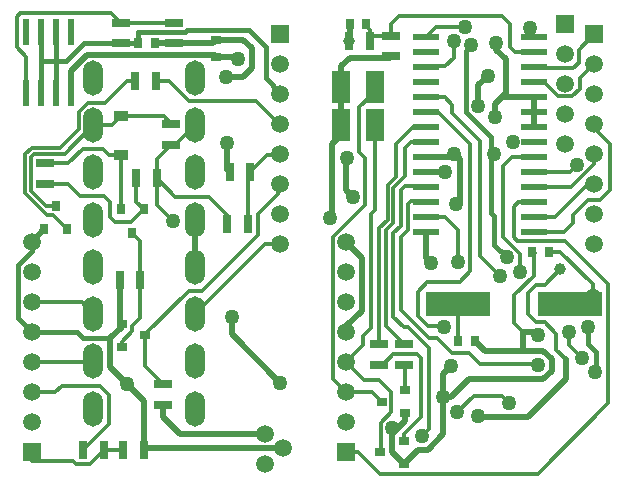
<source format=gbl>
%FSLAX24Y24*%
%MOIN*%
G70*
G01*
G75*
G04 Layer_Physical_Order=2*
G04 Layer_Color=48896*
%ADD10R,0.0118X0.0295*%
%ADD11R,0.0236X0.0886*%
%ADD12R,0.0591X0.0295*%
%ADD13R,0.0295X0.0591*%
%ADD14R,0.0354X0.0315*%
%ADD15R,0.0315X0.0354*%
%ADD16R,0.0433X0.0492*%
%ADD17R,0.0492X0.0433*%
%ADD18R,0.0480X0.0358*%
%ADD19R,0.0358X0.0480*%
%ADD20R,0.0906X0.0906*%
%ADD21R,0.0354X0.0315*%
%ADD22R,0.0197X0.0236*%
%ADD23R,0.0236X0.0197*%
%ADD24R,0.0827X0.0315*%
%ADD25R,0.0984X0.0315*%
%ADD26R,0.0315X0.0354*%
%ADD27R,0.0886X0.0236*%
%ADD28C,0.0335*%
%ADD29R,0.0846X0.0335*%
%ADD30R,0.0335X0.0846*%
%ADD31C,0.0197*%
%ADD32C,0.0118*%
%ADD33C,0.0157*%
%ADD34C,0.0177*%
%ADD35C,0.0138*%
%ADD36C,0.0591*%
%ADD37R,0.0591X0.0591*%
%ADD38O,0.0669X0.1181*%
%ADD39C,0.0500*%
%ADD40C,0.0394*%
%ADD41R,0.0630X0.1063*%
%ADD42R,0.2165X0.0827*%
%ADD43R,0.0906X0.0236*%
D11*
X2089Y12992D02*
D03*
X1589D02*
D03*
X1089D02*
D03*
X589D02*
D03*
X2089Y15039D02*
D03*
X1589D02*
D03*
X1089D02*
D03*
X589D02*
D03*
D12*
X5512Y14656D02*
D03*
Y15344D02*
D03*
X3740Y14656D02*
D03*
Y15344D02*
D03*
X12756Y14911D02*
D03*
Y14222D02*
D03*
X13189Y3947D02*
D03*
Y4636D02*
D03*
X5157Y2608D02*
D03*
Y3297D02*
D03*
X1220Y10659D02*
D03*
Y9970D02*
D03*
X5433Y11959D02*
D03*
Y11270D02*
D03*
X12362Y3947D02*
D03*
Y4636D02*
D03*
D13*
X11348Y14724D02*
D03*
X12037D02*
D03*
X4518Y1102D02*
D03*
X3829D02*
D03*
X3179D02*
D03*
X2490D02*
D03*
X4222Y13386D02*
D03*
X4911D02*
D03*
X4400Y6772D02*
D03*
X3711D02*
D03*
X4951Y10157D02*
D03*
X4262D02*
D03*
X7372Y10354D02*
D03*
X8061D02*
D03*
X7982Y8622D02*
D03*
X7293D02*
D03*
D14*
X13189Y1398D02*
D03*
Y650D02*
D03*
X12402Y1024D02*
D03*
X3780Y4547D02*
D03*
Y5295D02*
D03*
X4567Y4921D02*
D03*
X13228Y3091D02*
D03*
Y2343D02*
D03*
X12441Y2717D02*
D03*
D15*
X3760Y9134D02*
D03*
X4508D02*
D03*
X4134Y8346D02*
D03*
X1949Y8465D02*
D03*
X1201D02*
D03*
X1575Y9252D02*
D03*
D18*
X3740Y12219D02*
D03*
Y10931D02*
D03*
D21*
X6929Y14764D02*
D03*
Y14213D02*
D03*
D26*
X4882Y14685D02*
D03*
X4331D02*
D03*
X15000Y4724D02*
D03*
X15551D02*
D03*
X18021Y7717D02*
D03*
X17469D02*
D03*
X11929Y15315D02*
D03*
X11378D02*
D03*
D31*
X11102Y11614D02*
Y11929D01*
X10787Y11299D02*
X11102Y11614D01*
X10787Y8898D02*
Y11299D01*
X12707Y14173D02*
X12756Y14222D01*
X11378Y14173D02*
X12707D01*
X11102Y13898D02*
X11378Y14173D01*
X11102Y13189D02*
Y13898D01*
Y11929D02*
Y13189D01*
X10709Y8819D02*
X10787Y8898D01*
X11260Y9764D02*
Y10630D01*
Y9764D02*
X11496Y9528D01*
X14764Y2874D02*
X15360Y3470D01*
X14488Y2874D02*
X14764D01*
X7835Y13543D02*
X8110Y13819D01*
Y14488D01*
X7244Y13543D02*
X7835D01*
X7835Y14764D02*
X8110Y14488D01*
X5720Y1642D02*
X8553D01*
X5157Y2205D02*
Y2608D01*
Y2205D02*
X5720Y1642D01*
X9154Y1161D02*
X9232D01*
X4577D02*
X9154D01*
X4518Y1102D02*
X4577Y1161D01*
X14882Y10945D02*
X15039Y10787D01*
Y9409D02*
Y10787D01*
X14921Y9291D02*
X15039Y9409D01*
X14843Y10984D02*
X14882Y10945D01*
X13907Y7510D02*
X14094Y7323D01*
X13907Y7510D02*
Y8364D01*
X16260Y14449D02*
X16575Y14134D01*
X16260Y14449D02*
Y14685D01*
X15669Y12559D02*
Y13268D01*
X15984Y13583D01*
X16447Y12864D02*
X16575Y12992D01*
X16220Y12638D02*
X16447Y12864D01*
X17510D01*
Y12364D02*
Y12864D01*
X16220Y12205D02*
Y12638D01*
X16575Y12992D02*
Y14134D01*
X12795Y1645D02*
X13228Y2078D01*
X17510Y11929D02*
Y12364D01*
X17480Y11900D02*
X17510Y11929D01*
X14181Y10866D02*
X14803D01*
X7559Y14213D02*
X7638Y14134D01*
X6929Y14213D02*
X7559D01*
X6929Y14764D02*
X7835D01*
X5512Y14656D02*
X6821D01*
X6929Y14764D01*
X2623Y14272D02*
X6870D01*
X6929Y14213D01*
X2089Y13738D02*
X2623Y14272D01*
X2089Y12992D02*
Y13738D01*
X4882Y14685D02*
X4911Y14656D01*
X5512D01*
X6220Y7205D02*
Y8780D01*
X7283Y10443D02*
Y11339D01*
X3711Y5364D02*
Y6772D01*
X4518Y1102D02*
Y2726D01*
X3937Y3307D02*
X4518Y2726D01*
X787Y8024D02*
Y8051D01*
X1201Y8465D01*
X3780Y5218D02*
Y5295D01*
X3386Y4824D02*
X3780Y5218D01*
X3386Y3858D02*
Y4824D01*
Y3858D02*
X3937Y3307D01*
X7441Y4961D02*
X9055Y3346D01*
X7441Y4961D02*
Y5551D01*
X12795Y1043D02*
X13189Y650D01*
X12795Y1043D02*
Y1645D01*
X13189Y650D02*
X13648Y1108D01*
X13973D01*
X14488Y1624D01*
Y2874D01*
X17831Y3470D02*
X18104Y3744D01*
Y4130D01*
X17831Y4404D02*
X18104Y4130D01*
X15551Y4724D02*
X15872Y4404D01*
X17165D01*
X17831D01*
X13228Y2078D02*
Y2343D01*
X15360Y3470D02*
X17831D01*
X14488Y2874D02*
Y3622D01*
X14764Y3898D01*
X17165Y4404D02*
Y5039D01*
X17469Y7717D02*
X17514Y7672D01*
X17165Y5039D02*
X17520D01*
X17638Y4921D01*
X18583Y3465D02*
Y4134D01*
X15669Y2244D02*
X15703Y2211D01*
X17329D01*
X18583Y3465D01*
X11260Y8024D02*
X11772Y7512D01*
Y5733D02*
Y7512D01*
X11260Y5024D02*
Y5221D01*
X11772Y5733D01*
X11378Y14803D02*
Y15315D01*
D32*
X16968Y8071D02*
X18543D01*
X16850Y8189D02*
X16968Y8071D01*
X16850Y8189D02*
Y9213D01*
X19994Y2671D02*
Y6620D01*
X18543Y8071D02*
X19994Y6620D01*
X3415Y15669D02*
X3740Y15344D01*
X394Y15669D02*
X3415D01*
X276Y15551D02*
X394Y15669D01*
X276Y14528D02*
Y15551D01*
X589Y12992D02*
Y14215D01*
X276Y14528D02*
X589Y14215D01*
X18329Y12892D02*
X18797D01*
X17856Y13364D02*
X18329Y12892D01*
X17510Y13364D02*
X17856D01*
X19055Y13488D02*
X19528Y13961D01*
X19055Y13150D02*
Y13488D01*
X18797Y12892D02*
X19055Y13150D01*
X18819Y13819D02*
X19016Y14016D01*
X17874Y13819D02*
X18819D01*
X17835Y13858D02*
X17874Y13819D01*
X19016Y14016D02*
Y14449D01*
X19528Y14961D01*
X12205Y13031D02*
Y13189D01*
X11693Y12520D02*
X12205Y13031D01*
X11693Y11024D02*
Y12520D01*
Y11024D02*
X11890Y10827D01*
Y9266D02*
Y10827D01*
X12205Y9094D02*
Y11929D01*
X15354Y4331D02*
X15709Y3976D01*
X14790Y4331D02*
X15354D01*
X14284Y4837D02*
X14790Y4331D01*
X15709Y3976D02*
X17598D01*
X17638Y3937D01*
X16457Y2913D02*
X16693Y2677D01*
X15512Y2913D02*
X16457D01*
X14961Y2362D02*
X15512Y2913D01*
X13321Y5197D02*
X14016Y4503D01*
Y1811D02*
Y4503D01*
X13780Y1575D02*
X14016Y1811D01*
X7293Y8622D02*
Y8927D01*
X6673Y9547D02*
X7293Y8927D01*
X5561Y9547D02*
X6673D01*
X16864Y5341D02*
Y6260D01*
Y5341D02*
X17165Y5039D01*
X16864Y6260D02*
X17514Y6910D01*
X15715Y7553D02*
Y11411D01*
X14803Y12323D02*
X15715Y11411D01*
X14803Y12323D02*
Y12598D01*
X15715Y7553D02*
X16378Y6890D01*
X14326Y12364D02*
X15394Y11296D01*
Y7053D02*
Y11296D01*
X15039Y6699D02*
X15394Y7053D01*
X14537Y12864D02*
X14803Y12598D01*
X13963Y6699D02*
X15039D01*
X19528Y11827D02*
X20039Y11315D01*
Y9764D02*
Y11315D01*
X19724Y9449D02*
X20039Y9764D01*
X19331Y9449D02*
X19724D01*
X18819Y8937D02*
X19331Y9449D01*
X18522Y8364D02*
X18819Y8661D01*
Y8937D01*
X17510Y8364D02*
X18522D01*
X17510Y8864D02*
X17516Y8858D01*
X18228D01*
X19331Y9961D01*
X19528D01*
Y11827D02*
Y11961D01*
X18711Y10364D02*
X18937Y10591D01*
X17510Y10364D02*
X18711D01*
X19528Y10633D02*
Y10961D01*
X17510Y9864D02*
X18759D01*
X19528Y10633D01*
X14144Y13904D02*
X14567D01*
X14843Y14179D01*
Y14724D01*
X13907Y14864D02*
X14240Y15197D01*
X15236D01*
X16463Y15585D02*
X16735Y15312D01*
X12756Y15315D02*
X13026Y15585D01*
X16463D01*
X12756Y14911D02*
Y15315D01*
X16735Y14522D02*
Y15312D01*
X10827Y8203D02*
X11890Y9266D01*
X12087Y5157D02*
Y8976D01*
X12205Y9094D01*
X11827Y4898D02*
X12087Y5157D01*
X11260Y4024D02*
X11827Y4591D01*
Y4898D01*
X12756Y2359D02*
Y3031D01*
X12402Y1024D02*
X12407Y1030D01*
Y2011D01*
X12756Y2359D01*
X10827Y3457D02*
X11260Y3024D01*
X10827Y3457D02*
Y8203D01*
X13189Y1398D02*
Y1649D01*
X13228Y11614D02*
X13478Y11864D01*
X12638Y8780D02*
Y9924D01*
X12912Y10198D01*
Y11298D01*
X13228Y11614D01*
X13228D01*
X13907Y11904D02*
X14144D01*
X13478Y11864D02*
X13907D01*
X12362Y8504D02*
X12638Y8780D01*
X13228Y10236D02*
Y11181D01*
X13907Y11404D02*
X14144D01*
X13228Y11181D02*
X13411Y11364D01*
X13907D01*
X12835Y8661D02*
Y9843D01*
X13228Y10236D01*
X17510Y9366D02*
X17709D01*
X17002Y9364D02*
X17510D01*
X16850Y9213D02*
X17002Y9364D01*
X16476Y10571D02*
X16770Y10864D01*
X16476Y8209D02*
Y10571D01*
Y8209D02*
X17047Y7638D01*
X17041Y7014D02*
Y7047D01*
X17047D02*
Y7638D01*
X16770Y10864D02*
X17510D01*
X13907Y12864D02*
X14537D01*
X13907Y12364D02*
X14326D01*
X13642Y6378D02*
X13963Y6699D01*
X14483Y5242D02*
X14528Y5197D01*
X13976Y5242D02*
X14483D01*
X13642Y5576D02*
X13976Y5242D01*
X13642Y5576D02*
Y6378D01*
X15000Y7362D02*
Y8431D01*
X14567Y8864D02*
X15000Y8431D01*
X13907Y8864D02*
X14567D01*
X17510Y14409D02*
X17740D01*
X16735Y14522D02*
X16893Y14364D01*
X17510D01*
X3740Y15344D02*
X5512D01*
X1476Y8937D02*
X1949Y8465D01*
X1282Y8937D02*
X1476D01*
X551Y9668D02*
X1282Y8937D01*
X551Y9668D02*
Y10962D01*
X770Y11181D01*
X1732D01*
X2362Y11811D01*
Y12381D01*
X2639Y12657D01*
X3209D01*
X3937Y13386D01*
X4222D01*
X5433Y11270D02*
X5561D01*
X6220Y11929D01*
X4951Y9262D02*
X5472Y8740D01*
X4951Y9262D02*
Y10157D01*
X4262Y9380D02*
X4508Y9134D01*
X4262Y9380D02*
Y10157D01*
X3740Y9154D02*
Y10931D01*
X3451Y11929D02*
X3740Y12219D01*
X5173D01*
X5433Y11959D01*
X7982Y10276D02*
X8061Y10354D01*
X7982Y8622D02*
Y10276D01*
X4134Y8346D02*
X4400Y8081D01*
Y6772D02*
Y8081D01*
X4567Y3888D02*
Y4921D01*
Y3888D02*
X5157Y3297D01*
X1220Y10659D02*
X1998D01*
X2480Y11142D01*
X3150D01*
X3360Y10931D01*
X3740D01*
X1220Y9970D02*
X1998D01*
X2402Y9567D01*
X3189D01*
X3386Y9370D01*
Y8858D02*
Y9370D01*
Y8858D02*
X3543Y8701D01*
X4075D01*
X4508Y9134D01*
X3780Y4710D02*
X4134Y5064D01*
Y5246D01*
X4400Y5512D01*
X3780Y4547D02*
Y4710D01*
X4400Y5512D02*
Y6772D01*
X4951Y10157D02*
X5561Y9547D01*
X4951Y10157D02*
Y10787D01*
X5433Y11270D01*
X852Y10984D02*
X1890D01*
X748Y10880D02*
X852Y10984D01*
X748Y9749D02*
Y10880D01*
X1246Y9252D02*
X1575D01*
X748Y9749D02*
X1246Y9252D01*
X1890Y10984D02*
X2835Y11929D01*
X2835Y11929D01*
X2835Y11929D02*
X3451D01*
X787Y748D02*
X2151D01*
X2269Y630D01*
X2711D01*
X3179Y1102D02*
X3184D01*
X3829D01*
X2711Y630D02*
X3184Y1102D01*
X787Y3024D02*
X1569D01*
X1793Y3248D01*
X3047D01*
X3346Y2948D01*
Y1963D02*
Y2948D01*
X2490Y1107D02*
X3346Y1963D01*
X2490Y1102D02*
Y1107D01*
X787Y4024D02*
X2803D01*
X787Y6024D02*
X2441D01*
X2835Y5630D01*
X8628Y10921D02*
X9055D01*
X8061Y10354D02*
X8628Y10921D01*
X5359Y13386D02*
X6008Y12736D01*
X8240D01*
X9055Y11921D01*
X4911Y13386D02*
X5359D01*
X4567Y4956D02*
X6008Y6398D01*
X8307Y8253D02*
Y8959D01*
X6451Y6398D02*
X8307Y8253D01*
X6008Y6398D02*
X6451D01*
X4567Y4921D02*
Y4956D01*
X8976Y9629D02*
Y9961D01*
X8307Y8959D02*
X8976Y9629D01*
X17740Y14409D02*
X17746Y14404D01*
X11260Y3024D02*
X12134D01*
X12441Y2717D01*
X11260Y1024D02*
X11664D01*
X12372Y315D01*
X17709Y9366D02*
X17746Y9404D01*
X15000Y4803D02*
Y5965D01*
X13189Y3947D02*
X13228Y3907D01*
Y3091D02*
Y3907D01*
X13071Y9764D02*
X13211Y9904D01*
X13071Y8564D02*
Y9764D01*
X13211Y9904D02*
X14144D01*
X13419Y9404D02*
X14144D01*
X13307Y9291D02*
X13419Y9404D01*
X13307Y8425D02*
Y9291D01*
X14016Y4837D02*
X14284D01*
X12372Y315D02*
X17638D01*
X19488Y6220D02*
Y6629D01*
X18401Y7717D02*
X19488Y6629D01*
X18021Y7717D02*
X18401D01*
X18701Y4606D02*
Y5039D01*
Y4606D02*
X19134Y4173D01*
X17638Y315D02*
X19994Y2671D01*
X17514Y6910D02*
Y7672D01*
X17874Y6614D02*
X18386Y7126D01*
X17598Y6614D02*
X17874D01*
X17323Y6339D02*
X17598Y6614D01*
X17323Y5630D02*
Y6339D01*
Y5630D02*
X17598Y5354D01*
X17874D01*
X18268Y4961D01*
Y4449D02*
Y4961D01*
Y4449D02*
X18583Y4134D01*
X8551Y7961D02*
X9055D01*
X6220Y5630D02*
X8551Y7961D01*
X13189Y5197D02*
X13321D01*
X12598Y8425D02*
X12835Y8661D01*
X12598Y5226D02*
Y8425D01*
Y5226D02*
X13189Y4636D01*
X12835Y5551D02*
X13189Y5197D01*
X12835Y5551D02*
Y8327D01*
X13071Y8564D01*
Y8189D02*
X13307Y8425D01*
X13071Y5781D02*
Y8189D01*
Y5781D02*
X14016Y4837D01*
X12087Y14911D02*
X12756D01*
X11929Y15236D02*
Y15315D01*
Y15236D02*
X12047Y15118D01*
Y14823D02*
Y15118D01*
X13189Y1649D02*
X13740Y2200D01*
X13622Y4291D02*
X13740Y4173D01*
Y2200D02*
Y4173D01*
X12480Y3947D02*
X12825Y4291D01*
X13622D01*
X12362Y4636D02*
Y8504D01*
X11260Y4024D02*
X11858Y3425D01*
X12362D01*
X12756Y3031D01*
D33*
X315Y7275D02*
X787Y7747D01*
X315Y5496D02*
Y7275D01*
Y5496D02*
X787Y5024D01*
X15242Y12382D02*
Y14415D01*
Y12382D02*
X16102Y11522D01*
X15242Y14415D02*
X15433Y14606D01*
X16102Y8995D02*
Y11522D01*
X16187Y7947D02*
X16614Y7520D01*
X16187Y7947D02*
Y8911D01*
X16102Y8995D02*
X16187Y8911D01*
X5959Y15098D02*
X8012D01*
X9055Y12961D02*
Y13016D01*
X8583Y13488D02*
X9055Y13016D01*
X8583Y13488D02*
Y14528D01*
X8012Y15098D02*
X8583Y14528D01*
X5880Y15020D02*
X5959Y15098D01*
X5132Y15020D02*
X5880D01*
X5113Y15039D02*
X5132Y15020D01*
X4331Y15039D02*
X5113D01*
X4301Y14656D02*
X4331Y14685D01*
X3740Y14656D02*
X4301D01*
X1916Y14055D02*
X2516Y14656D01*
X3740D01*
X1089Y14055D02*
Y15039D01*
Y12992D02*
Y14055D01*
X1589D02*
X1916D01*
X1589D02*
Y15039D01*
Y12992D02*
Y14055D01*
X1089D02*
X1589D01*
X787Y5024D02*
X2299D01*
X2480Y4843D01*
X3386D01*
X19331Y4636D02*
Y5197D01*
Y4636D02*
X19600Y4366D01*
Y3734D02*
Y4366D01*
X19567Y3701D02*
X19600Y3734D01*
X4331Y15039D02*
X4331Y15039D01*
X4331Y14685D02*
Y15039D01*
D36*
X8553Y1642D02*
D03*
X9154Y1161D02*
D03*
X8553Y642D02*
D03*
X18543Y11315D02*
D03*
Y12315D02*
D03*
Y13315D02*
D03*
Y14315D02*
D03*
X11260Y8024D02*
D03*
Y7024D02*
D03*
Y6024D02*
D03*
Y5024D02*
D03*
Y4024D02*
D03*
Y3024D02*
D03*
Y2024D02*
D03*
X19528Y7961D02*
D03*
Y8961D02*
D03*
Y9961D02*
D03*
Y10961D02*
D03*
Y11961D02*
D03*
Y12961D02*
D03*
Y13961D02*
D03*
X787Y8024D02*
D03*
Y7024D02*
D03*
Y6024D02*
D03*
Y5024D02*
D03*
Y4024D02*
D03*
Y3024D02*
D03*
Y2024D02*
D03*
X9055Y7961D02*
D03*
Y8961D02*
D03*
Y9961D02*
D03*
Y10961D02*
D03*
Y11961D02*
D03*
Y12961D02*
D03*
Y13961D02*
D03*
D37*
X18543Y15315D02*
D03*
X11260Y1024D02*
D03*
X19528Y14961D02*
D03*
X787Y1024D02*
D03*
X9055Y14961D02*
D03*
D38*
X6220Y13504D02*
D03*
Y11929D02*
D03*
Y10354D02*
D03*
Y8780D02*
D03*
Y7205D02*
D03*
Y5630D02*
D03*
Y4055D02*
D03*
Y2480D02*
D03*
X2835Y13504D02*
D03*
Y11929D02*
D03*
Y10354D02*
D03*
Y8780D02*
D03*
Y7205D02*
D03*
Y5630D02*
D03*
Y4055D02*
D03*
Y2480D02*
D03*
D39*
X16811Y11378D02*
D03*
X16181Y10984D02*
D03*
X14843D02*
D03*
X14567Y10354D02*
D03*
X14921Y9291D02*
D03*
X14094Y7323D02*
D03*
X17402Y15157D02*
D03*
X18937Y10591D02*
D03*
X15433Y14606D02*
D03*
X15669Y12559D02*
D03*
X16220Y12205D02*
D03*
X15984Y13583D02*
D03*
X15236Y15197D02*
D03*
X11496Y9528D02*
D03*
X10709Y8819D02*
D03*
X11299Y10827D02*
D03*
X15000Y7362D02*
D03*
X7638Y14134D02*
D03*
X7244Y13543D02*
D03*
X7283Y11339D02*
D03*
X3937Y3307D02*
D03*
X5472Y8740D02*
D03*
X7441Y5551D02*
D03*
X9055Y3346D02*
D03*
X16260Y14685D02*
D03*
X14528Y5197D02*
D03*
X14843Y14724D02*
D03*
X17638Y3937D02*
D03*
X15000Y6063D02*
D03*
X14488Y2874D02*
D03*
X13780Y1575D02*
D03*
X19488Y6220D02*
D03*
X14961Y2362D02*
D03*
X16693Y2677D02*
D03*
X12795Y1850D02*
D03*
X14764Y3898D02*
D03*
X16378Y6890D02*
D03*
X16614Y7520D02*
D03*
X18701Y5039D02*
D03*
X17047Y7047D02*
D03*
X19134Y4173D02*
D03*
X19331Y5197D02*
D03*
X19567Y3701D02*
D03*
X17638Y4921D02*
D03*
X15669Y2244D02*
D03*
D40*
X11348Y14724D02*
D03*
X18386Y7126D02*
D03*
D41*
X12205Y13189D02*
D03*
X11102D02*
D03*
X12205Y11929D02*
D03*
X11102D02*
D03*
D42*
X14980Y5984D02*
D03*
X18720D02*
D03*
D43*
X17510Y14864D02*
D03*
Y14364D02*
D03*
Y13864D02*
D03*
Y13364D02*
D03*
Y12864D02*
D03*
Y12364D02*
D03*
Y11864D02*
D03*
Y11364D02*
D03*
Y10864D02*
D03*
Y10364D02*
D03*
Y9864D02*
D03*
Y9364D02*
D03*
Y8864D02*
D03*
Y8364D02*
D03*
X13907Y14864D02*
D03*
Y14364D02*
D03*
Y13864D02*
D03*
Y13364D02*
D03*
Y12864D02*
D03*
Y12364D02*
D03*
Y11864D02*
D03*
Y11364D02*
D03*
Y10864D02*
D03*
Y10364D02*
D03*
Y9864D02*
D03*
Y9364D02*
D03*
Y8864D02*
D03*
Y8364D02*
D03*
M02*

</source>
